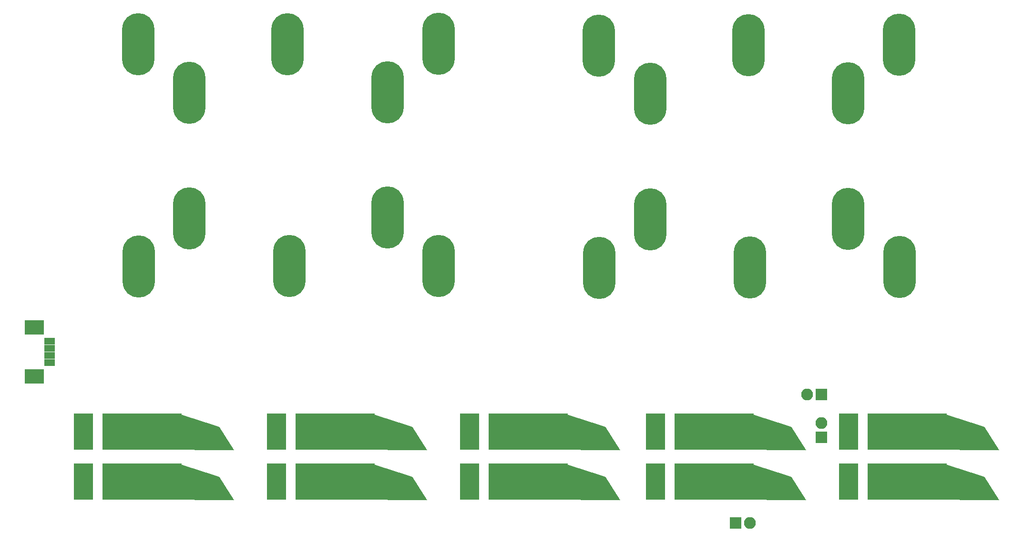
<source format=gts>
G04 #@! TF.FileFunction,Soldermask,Top*
%FSLAX46Y46*%
G04 Gerber Fmt 4.6, Leading zero omitted, Abs format (unit mm)*
G04 Created by KiCad (PCBNEW 4.0.7) date Fri Jul 20 16:26:56 2018*
%MOMM*%
%LPD*%
G01*
G04 APERTURE LIST*
%ADD10C,0.100000*%
%ADD11O,5.730000X11.060000*%
%ADD12R,3.400000X6.400000*%
%ADD13R,14.120000X6.400000*%
%ADD14R,4.400000X1.900000*%
%ADD15R,15.400000X1.400000*%
%ADD16R,2.100000X2.100000*%
%ADD17O,2.100000X2.100000*%
%ADD18R,1.900000X1.200000*%
%ADD19R,3.500000X2.600000*%
G04 APERTURE END LIST*
D10*
D11*
X212174800Y-50599200D03*
X247343800Y-50507200D03*
X203060800Y-42009200D03*
X229608800Y-41990200D03*
X256378800Y-41895200D03*
X247327800Y-72849200D03*
X212158800Y-72941200D03*
X256441800Y-81439200D03*
X229893800Y-81458200D03*
X203123800Y-81553200D03*
D12*
X111506000Y-110744000D03*
D13*
X121920000Y-110744000D03*
D10*
G36*
X128555000Y-113894000D02*
X128555000Y-107594000D01*
X135605000Y-109894000D01*
X135605000Y-111594000D01*
X128555000Y-113894000D01*
X128555000Y-113894000D01*
G37*
G36*
X138297000Y-114000500D02*
X131197000Y-114000500D01*
X133897000Y-109900500D01*
X135597000Y-109900500D01*
X138297000Y-114000500D01*
X138297000Y-114000500D01*
G37*
D14*
X130365500Y-113030000D03*
D15*
X123888500Y-113284000D03*
X122555000Y-113284000D03*
D12*
X145796000Y-110744000D03*
D13*
X156210000Y-110744000D03*
D10*
G36*
X162845000Y-113894000D02*
X162845000Y-107594000D01*
X169895000Y-109894000D01*
X169895000Y-111594000D01*
X162845000Y-113894000D01*
X162845000Y-113894000D01*
G37*
G36*
X172587000Y-114000500D02*
X165487000Y-114000500D01*
X168187000Y-109900500D01*
X169887000Y-109900500D01*
X172587000Y-114000500D01*
X172587000Y-114000500D01*
G37*
D14*
X164655500Y-113030000D03*
D15*
X158178500Y-113284000D03*
X156845000Y-113284000D03*
D11*
X130336000Y-50396000D03*
X165505000Y-50304000D03*
X121222000Y-41806000D03*
X147770000Y-41787000D03*
X174540000Y-41692000D03*
X165489000Y-72646000D03*
X130320000Y-72738000D03*
X174603000Y-81236000D03*
X148055000Y-81255000D03*
X121285000Y-81350000D03*
D12*
X180086000Y-110744000D03*
D13*
X190500000Y-110744000D03*
D10*
G36*
X197135000Y-113894000D02*
X197135000Y-107594000D01*
X204185000Y-109894000D01*
X204185000Y-111594000D01*
X197135000Y-113894000D01*
X197135000Y-113894000D01*
G37*
G36*
X206877000Y-114000500D02*
X199777000Y-114000500D01*
X202477000Y-109900500D01*
X204177000Y-109900500D01*
X206877000Y-114000500D01*
X206877000Y-114000500D01*
G37*
D14*
X198945500Y-113030000D03*
D15*
X192468500Y-113284000D03*
X191135000Y-113284000D03*
D12*
X213106000Y-110744000D03*
D13*
X223520000Y-110744000D03*
D10*
G36*
X230155000Y-113894000D02*
X230155000Y-107594000D01*
X237205000Y-109894000D01*
X237205000Y-111594000D01*
X230155000Y-113894000D01*
X230155000Y-113894000D01*
G37*
G36*
X239897000Y-114000500D02*
X232797000Y-114000500D01*
X235497000Y-109900500D01*
X237197000Y-109900500D01*
X239897000Y-114000500D01*
X239897000Y-114000500D01*
G37*
D14*
X231965500Y-113030000D03*
D15*
X225488500Y-113284000D03*
X224155000Y-113284000D03*
D12*
X247396000Y-110744000D03*
D13*
X257810000Y-110744000D03*
D10*
G36*
X264445000Y-113894000D02*
X264445000Y-107594000D01*
X271495000Y-109894000D01*
X271495000Y-111594000D01*
X264445000Y-113894000D01*
X264445000Y-113894000D01*
G37*
G36*
X274187000Y-114000500D02*
X267087000Y-114000500D01*
X269787000Y-109900500D01*
X271487000Y-109900500D01*
X274187000Y-114000500D01*
X274187000Y-114000500D01*
G37*
D14*
X266255500Y-113030000D03*
D15*
X259778500Y-113284000D03*
X258445000Y-113284000D03*
D12*
X111506000Y-119634000D03*
D13*
X121920000Y-119634000D03*
D10*
G36*
X128555000Y-122784000D02*
X128555000Y-116484000D01*
X135605000Y-118784000D01*
X135605000Y-120484000D01*
X128555000Y-122784000D01*
X128555000Y-122784000D01*
G37*
G36*
X138297000Y-122890500D02*
X131197000Y-122890500D01*
X133897000Y-118790500D01*
X135597000Y-118790500D01*
X138297000Y-122890500D01*
X138297000Y-122890500D01*
G37*
D14*
X130365500Y-121920000D03*
D15*
X123888500Y-122174000D03*
X122555000Y-122174000D03*
D12*
X145796000Y-119634000D03*
D13*
X156210000Y-119634000D03*
D10*
G36*
X162845000Y-122784000D02*
X162845000Y-116484000D01*
X169895000Y-118784000D01*
X169895000Y-120484000D01*
X162845000Y-122784000D01*
X162845000Y-122784000D01*
G37*
G36*
X172587000Y-122890500D02*
X165487000Y-122890500D01*
X168187000Y-118790500D01*
X169887000Y-118790500D01*
X172587000Y-122890500D01*
X172587000Y-122890500D01*
G37*
D14*
X164655500Y-121920000D03*
D15*
X158178500Y-122174000D03*
X156845000Y-122174000D03*
D12*
X180086000Y-119634000D03*
D13*
X190500000Y-119634000D03*
D10*
G36*
X197135000Y-122784000D02*
X197135000Y-116484000D01*
X204185000Y-118784000D01*
X204185000Y-120484000D01*
X197135000Y-122784000D01*
X197135000Y-122784000D01*
G37*
G36*
X206877000Y-122890500D02*
X199777000Y-122890500D01*
X202477000Y-118790500D01*
X204177000Y-118790500D01*
X206877000Y-122890500D01*
X206877000Y-122890500D01*
G37*
D14*
X198945500Y-121920000D03*
D15*
X192468500Y-122174000D03*
X191135000Y-122174000D03*
D12*
X213106000Y-119634000D03*
D13*
X223520000Y-119634000D03*
D10*
G36*
X230155000Y-122784000D02*
X230155000Y-116484000D01*
X237205000Y-118784000D01*
X237205000Y-120484000D01*
X230155000Y-122784000D01*
X230155000Y-122784000D01*
G37*
G36*
X239897000Y-122890500D02*
X232797000Y-122890500D01*
X235497000Y-118790500D01*
X237197000Y-118790500D01*
X239897000Y-122890500D01*
X239897000Y-122890500D01*
G37*
D14*
X231965500Y-121920000D03*
D15*
X225488500Y-122174000D03*
X224155000Y-122174000D03*
D12*
X247396000Y-119634000D03*
D13*
X257810000Y-119634000D03*
D10*
G36*
X264445000Y-122784000D02*
X264445000Y-116484000D01*
X271495000Y-118784000D01*
X271495000Y-120484000D01*
X264445000Y-122784000D01*
X264445000Y-122784000D01*
G37*
G36*
X274187000Y-122890500D02*
X267087000Y-122890500D01*
X269787000Y-118790500D01*
X271487000Y-118790500D01*
X274187000Y-122890500D01*
X274187000Y-122890500D01*
G37*
D14*
X266255500Y-121920000D03*
D15*
X259778500Y-122174000D03*
X258445000Y-122174000D03*
D16*
X242570000Y-111760000D03*
D17*
X242570000Y-109220000D03*
D16*
X227330000Y-127000000D03*
D17*
X229870000Y-127000000D03*
D18*
X105515000Y-94645000D03*
X105515000Y-95895000D03*
X105515000Y-97145000D03*
X105515000Y-98395000D03*
D19*
X102765000Y-92145000D03*
X102765000Y-100895000D03*
D16*
X242570000Y-104140000D03*
D17*
X240030000Y-104140000D03*
M02*

</source>
